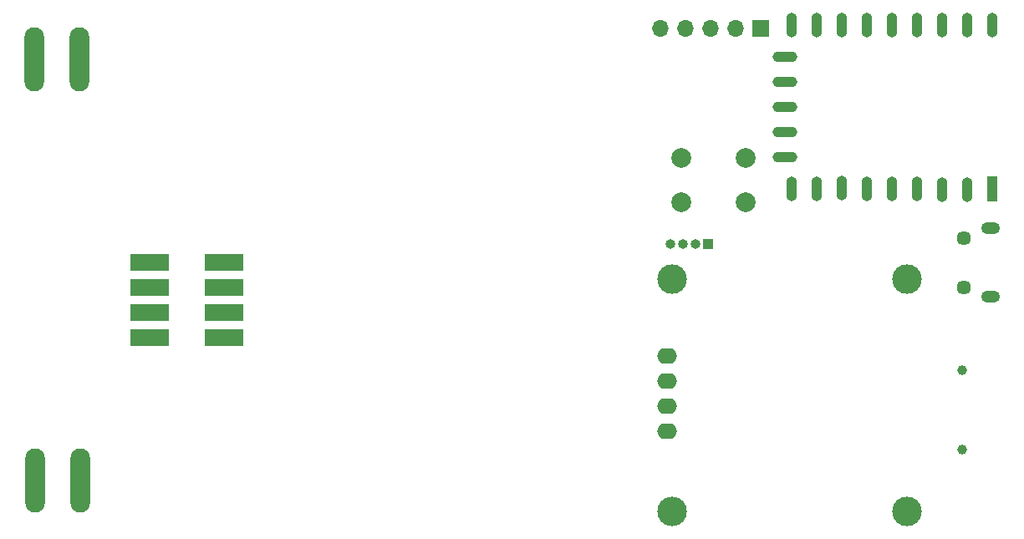
<source format=gbs>
G04 #@! TF.GenerationSoftware,KiCad,Pcbnew,5.1.12-84ad8e8a86~92~ubuntu20.04.1*
G04 #@! TF.CreationDate,2022-03-16T00:54:27+01:00*
G04 #@! TF.ProjectId,ms2-card,6d73322d-6361-4726-942e-6b696361645f,0.2*
G04 #@! TF.SameCoordinates,Original*
G04 #@! TF.FileFunction,Soldermask,Bot*
G04 #@! TF.FilePolarity,Negative*
%FSLAX46Y46*%
G04 Gerber Fmt 4.6, Leading zero omitted, Abs format (unit mm)*
G04 Created by KiCad (PCBNEW 5.1.12-84ad8e8a86~92~ubuntu20.04.1) date 2022-03-16 00:54:27*
%MOMM*%
%LPD*%
G01*
G04 APERTURE LIST*
%ADD10O,2.000000X1.600000*%
%ADD11O,3.000000X3.000000*%
%ADD12C,3.000000*%
%ADD13O,1.900000X1.200000*%
%ADD14C,1.450000*%
%ADD15C,1.998980*%
%ADD16O,1.100000X2.500000*%
%ADD17O,2.500000X1.100000*%
%ADD18R,1.100000X2.500000*%
%ADD19O,2.000000X6.500000*%
%ADD20O,1.000000X1.000000*%
%ADD21R,1.000000X1.000000*%
%ADD22C,1.000000*%
%ADD23O,1.700000X1.700000*%
%ADD24R,1.700000X1.700000*%
%ADD25R,4.000000X1.800000*%
G04 APERTURE END LIST*
D10*
X163749000Y-140843500D03*
X163749000Y-143383500D03*
X163749000Y-138303500D03*
X163749000Y-135763500D03*
D11*
X164249000Y-151513500D03*
D12*
X164249000Y-128013500D03*
X188049000Y-128013500D03*
X188049000Y-151513500D03*
D13*
X196500000Y-122801500D03*
X196500000Y-129801500D03*
D14*
X193800000Y-123801500D03*
X193800000Y-128801500D03*
D15*
X171653200Y-120233440D03*
X165150800Y-115732560D03*
X171653200Y-115732560D03*
X165150800Y-120233440D03*
D16*
X191579500Y-102233500D03*
X176339500Y-118873500D03*
D17*
X175639500Y-115633500D03*
X175639500Y-113093500D03*
X175639500Y-110553500D03*
X175639500Y-108013500D03*
X175639500Y-105473500D03*
D16*
X196659500Y-102233500D03*
X194119500Y-118903500D03*
X191579500Y-118903500D03*
X189039500Y-118873500D03*
X186499500Y-118873500D03*
X183959500Y-118873500D03*
X181419500Y-118773500D03*
X178879500Y-118873500D03*
X176339500Y-102233500D03*
X178879500Y-102233500D03*
X181419500Y-102233500D03*
X183959500Y-102233500D03*
X186499500Y-102233500D03*
X189039500Y-102233500D03*
X194119500Y-102233500D03*
D18*
X196659500Y-118873500D03*
D19*
X99628000Y-105700000D03*
X104200000Y-105700000D03*
D20*
X164020500Y-124460000D03*
X165290500Y-124460000D03*
X166560500Y-124460000D03*
D21*
X167830500Y-124460000D03*
D22*
X193608500Y-145221500D03*
X193608500Y-137221500D03*
D23*
X163068000Y-102552500D03*
X165608000Y-102552500D03*
X168148000Y-102552500D03*
X170688000Y-102552500D03*
D24*
X173228000Y-102552500D03*
D25*
X111310000Y-133900000D03*
X111310000Y-131360000D03*
X111310000Y-128820000D03*
X111310000Y-126280000D03*
X118810000Y-126280000D03*
X118810000Y-128820000D03*
X118810000Y-131360000D03*
X118810000Y-133900000D03*
D19*
X104300000Y-148400000D03*
X99728000Y-148400000D03*
M02*

</source>
